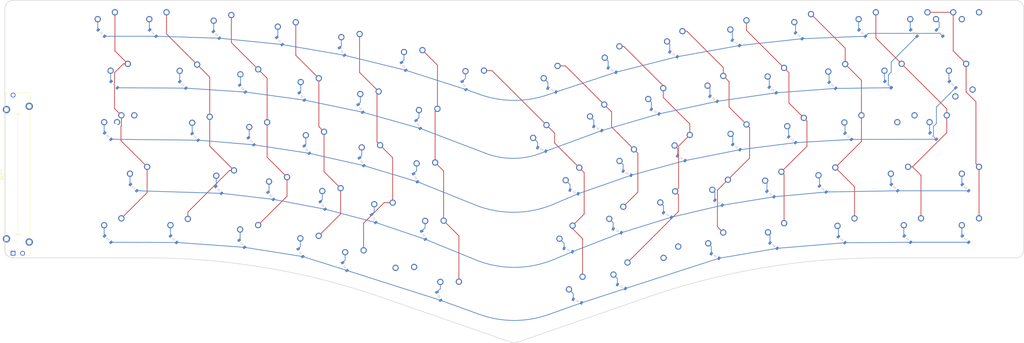
<source format=kicad_pcb>
(kicad_pcb (version 20221018) (generator pcbnew)
  (layers (0 "F.Cu" signal) (31 "B.Cu" signal) (34 "B.Paste" user) (35 "F.Paste" user) (36 "B.SilkS" user "B.Silkscreen") (37 "F.SilkS" user "F.Silkscreen") (38 "B.Mask" user) (39 "F.Mask" user) (44 "Edge.Cuts" user))
  (net 0 "")
  (net 1 "Net-(D1-A)")
  (net 2 "Net-(D2-A)")
  (net 3 "Net-(D3-A)")
  (net 4 "Net-(D4-A)")
  (net 5 "Net-(D5-A)")
  (net 6 "Net-(D6-A)")
  (net 7 "Net-(D7-A)")
  (net 8 "Net-(D8-A)")
  (net 9 "Net-(D9-A)")
  (net 10 "Net-(D10-A)")
  (net 11 "Net-(D11-A)")
  (net 12 "Net-(D12-A)")
  (net 13 "Net-(D13-A)")
  (net 14 "Net-(D14-A)")
  (net 15 "Net-(D16-A)")
  (net 16 "Net-(D17-A)")
  (net 17 "Net-(D18-A)")
  (net 18 "Net-(D19-A)")
  (net 19 "Net-(D20-A)")
  (net 20 "Net-(D21-A)")
  (net 21 "Net-(D22-A)")
  (net 22 "Net-(D23-A)")
  (net 23 "Net-(D24-A)")
  (net 24 "Net-(D25-A)")
  (net 25 "Net-(D26-A)")
  (net 26 "Net-(D27-A)")
  (net 27 "Net-(D28-A)")
  (net 28 "Net-(D29-A)")
  (net 29 "Net-(D30-A)")
  (net 30 "Net-(D31-A)")
  (net 31 "Net-(D32-A)")
  (net 32 "Net-(D33-A)")
  (net 33 "Net-(D34-A)")
  (net 34 "Net-(D35-A)")
  (net 35 "Net-(D36-A)")
  (net 36 "Net-(D37-A)")
  (net 37 "Net-(D38-A)")
  (net 38 "Net-(D39-A)")
  (net 39 "Net-(D40-A)")
  (net 40 "Net-(D41-A)")
  (net 41 "Net-(D42-A)")
  (net 42 "Net-(D43-A)")
  (net 43 "Net-(D45-A)")
  (net 44 "Net-(D47-A)")
  (net 45 "Net-(D48-A)")
  (net 46 "Net-(D49-A)")
  (net 47 "Net-(D50-A)")
  (net 48 "Net-(D51-A)")
  (net 49 "Net-(D52-A)")
  (net 50 "Net-(D53-A)")
  (net 51 "Net-(D54-A)")
  (net 52 "Net-(D55-A)")
  (net 53 "Net-(D56-A)")
  (net 54 "Net-(D57-A)")
  (net 55 "Net-(D58-A)")
  (net 56 "Net-(D59-A)")
  (net 57 "Net-(D60-A)")
  (net 58 "Net-(D61-A)")
  (net 59 "Net-(D62-A)")
  (net 60 "Net-(D63-A)")
  (net 61 "Net-(D64-A)")
  (net 62 "Net-(D65-A)")
  (net 63 "Net-(D67-A)")
  (net 64 "Net-(D68-A)")
  (net 65 "Net-(D69-A)")
  (net 66 "Net-(D71-A)")
  (net 67 "Net-(D72-A)")
  (net 68 "Net-(D73-A)")
  (net 69 "Net-(D74-A)")
  (net 70 "Net-(D75-A)")
  (net 72 "Net-(D1-K)")
  (net 73 "Net-(D16-K)")
  (net 74 "Net-(D30-K)")
  (net 75 "Net-(D47-K)")
  (net 76 "Net-(D61-K)")
  (net 77 "Net-(MX1-Pad2)")
  (net 78 "Net-(MX17-Pad2)")
  (net 79 "Net-(MX18-Pad2)")
  (net 80 "Net-(MX19-Pad2)")
  (net 81 "Net-(MX20-Pad2)")
  (net 82 "Net-(MX21-Pad2)")
  (net 83 "Net-(MX22-Pad2)")
  (net 84 "Net-(MX23-Pad2)")
  (net 85 "Net-(MX24-Pad2)")
  (net 86 "Net-(MX10-Pad2)")
  (net 87 "Net-(MX11-Pad2)")
  (net 88 "Net-(MX12-Pad2)")
  (net 89 "Net-(MX13-Pad2)")
  (net 90 "Net-(MX14-Pad2)")
  (net 96 "Net-(D70-A)")
  (net 97 "Net-(D66-A)")
  (net 98 "Net-(D46-A)")
  (net 99 "Net-(D44-A)")
  (net 100 "Net-(D15-A)")
  (footprint "marbastlib-mx:SW_MX_1u" (layer "F.Cu") (at 357.187499 85.725)
    (fp_text reference "MX75" hide)
    (fp_text value "MX_SW_solder" hide)
  )
  (footprint "marbastlib-mx:SW_MX_1u" (layer "F.Cu") (at 284.843737 68.769438 7)
    (fp_text reference "MX57" hide)
    (fp_text value "MX_SW_solder" hide)
  )
  (footprint "marbastlib-mx:SW_MX_1u" (layer "F.Cu") (at 328.612499 28.575)
    (fp_text reference "MX28" hide)
    (fp_text value "MX_SW_solder" hide)
  )
  (footprint "marbastlib-mx:SW_MX_1u" (layer "F.Cu") (at 134.805418 57.84853 -15)
    (fp_text reference "MX35" hide)
    (fp_text value "MX_SW_solder" hide)
  )
  (footprint "marbastlib-mx:SW_MX_1u" (layer "F.Cu") (at 225.884173 22.623873 16)
    (fp_text reference "MX9" hide)
    (fp_text value "MX_SW_solder" hide)
  )
  (footprint "marbastlib-mx:SW_MX_1u" (layer "F.Cu") (at 38.099999 9.525)
    (fp_text reference "MX1" hide)
    (fp_text value "MX_SW_solder" hide)
  )
  (footprint "marbastlib-mx:SW_MX_1u" (layer "F.Cu") (at 134.344252 38.053262 -14)
    (fp_text reference "MX20" hide)
    (fp_text value "MX_SW_solder" hide)
  )
  (footprint "marbastlib-mx:SW_MX_1u" (layer "F.Cu") (at 50.006249 66.675)
    (fp_text reference "MX47" hide)
    (fp_text value "MX_SW_solder" hide)
  )
  (footprint "marbastlib-mx:SW_MX_1u" (layer "F.Cu") (at 247.608085 96.656344 16)
    (fp_text reference "MX70" hide)
    (fp_text value "MX_SW_solder" hide)
  )
  (footprint "marbastlib-mx:SW_MX_1u" (layer "F.Cu") (at 229.165759 102.601905 19)
    (fp_text reference "MX69" hide)
    (fp_text value "MX_SW_solder" hide)
  )
  (footprint "marbastlib-mx:SW_MX_1u" (layer "F.Cu") (at 338.137499 9.525)
    (fp_text reference "MX29" hide)
    (fp_text value "MX_SW_solder" hide)
  )
  (footprint "marbastlib-mx:SW_MX_1u" (layer "F.Cu") (at 313.851123 47.670697 1)
    (fp_text reference "MX42" hide)
    (fp_text value "MX_SW_solder" hide)
  )
  (footprint "marbastlib-mx:SW_MX_1u" (layer "F.Cu") (at 272.151293 51.31896 9)
    (fp_text reference "MX40" hide)
    (fp_text value "MX_SW_solder" hide)
  )
  (footprint "marbastlib-mx:SW_MX_1u" (layer "F.Cu") (at 112.558962 33.422656 -10)
    (fp_text reference "MX19" hide)
    (fp_text value "MX_SW_solder" hide)
  )
  (footprint "Potentiometer_THT:Potentiometer_Bourns_PTA4543_Single_Slide" (layer "F.Cu") (at 3.055206 93.565168 90)
    (fp_text reference "REF**")
    (fp_text value "Potentiometer_Bourns_PTA4543_Single_Slide")
  )
  (footprint "marbastlib-mx:SW_MX_1u" (layer "F.Cu") (at 352.424999 28.575)
    (fp_text reference "MX45" hide)
    (fp_text value "MX_SW_solder" hide)
  )
  (footprint "marbastlib-mx:SW_MX_1u" (layer "F.Cu") (at 246.362583 76.249417 15)
    (fp_text reference "MX55" hide)
    (fp_text value "MX_SW_solder" hide)
  )
  (footprint "marbastlib-mx:SW_MX_1u" (layer "F.Cu") (at 335.756249 85.725)
    (fp_text reference "MX74" hide)
    (fp_text value "MX_SW_solder" hide)
  )
  (footprint "marbastlib-mx:SW_MX_1u" (layer "F.Cu") (at 127.452738 16.914116 -12)
    (fp_text reference "MX5" hide)
    (fp_text value "MX_SW_solder" hide)
  )
  (footprint "marbastlib-mx:SW_MX_1u" (layer "F.Cu") (at 330.993749 66.675)
    (fp_text reference "MX59" hide)
    (fp_text value "MX_SW_solder" hide)
  )
  (footprint "marbastlib-mx:SW_MX_1u" (layer "F.Cu") (at 295.500219 10.348686 4)
    (fp_text reference "MX12" hide)
    (fp_text value "MX_SW_solder" hide)
  )
  (footprint "marbastlib-mx:SW_MX_1u" (layer "F.Cu") (at 304.381749 67.060084 3)
    (fp_text reference "MX58" hide)
    (fp_text value "MX_SW_solder" hide)
  )
  (footprint "marbastlib-mx:SW_MX_1u" (layer "F.Cu") (at 347.662499 9.525)
    (fp_text reference "MX14" hide)
    (fp_text value "MX_SW_solder" hide)
  )
  (footprint "marbastlib-mx:SW_MX_1u" (layer "F.Cu") (at 45.243749 47.625)
    (fp_text reference "MX31" hide)
    (fp_text value "MX_SW_solder" hide)
  )
  (footprint "marbastlib-mx:SW_MX_1u" (layer "F.Cu") (at 357.187499 9.525)
    (fp_text reference "MX15" hide)
    (fp_text value "MX_SW_solder" hide)
  )
  (footprint "marbastlib-mx:SW_MX_1u" (layer "F.Cu") (at 128.629413 96.656344 -16)
    (fp_text reference "MX65" hide)
    (fp_text value "MX_SW_solder" hide)
  )
  (footprint "marbastlib-mx:SW_MX_1u" (layer "F.Cu") (at 147.071739 102.601905 -19)
    (fp_text reference "MX66" hide)
    (fp_text value "MX_SW_solder" hide)
  )
  (footprint "marbastlib-mx:SW_MX_1u" (layer "F.Cu") (at 157.846913 85.33807 -21)
    (fp_text reference "MX52" hide)
    (fp_text value "MX_SW_solder" hide)
  )
  (footprint "marbastlib-mx:SW_MX_1u" (layer "F.Cu") (at 42.862499 28.575)
    (fp_text reference "MX16" hide)
    (fp_text value "MX_SW_solder" hide)
  )
  (footprint "marbastlib-mx:SW_MX_1u" (layer "F.Cu") (at 90.303347 87.810189 -8)
    (fp_text reference "MX63" hide)
    (fp_text value "MX_SW_solder" hide)
  )
  (footprint "marbastlib-mx:SW_MX_1u" (layer "F.Cu") (at 251.593747 55.314942 13)
    (fp_text reference "MX39" hide)
    (fp_text value "MX_SW_solder" hide)
  )
  (footprint "marbastlib-mx:SW_MX_1u" (layer "F.Cu") (at 150.353325 22.623873 -16)
    (fp_text reference "MX6" hide)
    (fp_text value "MX_SW_solder" hide)
  )
  (footprint "marbastlib-mx:SW_MX_1u" (layer "F.Cu") (at 57.149999 9.525)
    (fp_text reference "MX2" hide)
    (fp_text value "MX_SW_solder" hide)
  )
  (footprint "marbastlib-mx:SW_MX_1u" (layer "F.Cu") (at 264.036943 91.431788 14)
    (fp_text reference "MX71" hide)
    (fp_text value "MX_SW_solder" hide)
  )
  (footprint "marbastlib-mx:SW_MX_1u" (layer "F.Cu") (at 220.484039 44.192254 18)
    (fp_text reference "MX23" hide)
    (fp_text value "MX_SW_solder" hide)
  )
  (footprint "marbastlib-mx:SW_MX_1u" (layer "F.Cu") (at 333.374999 47.625)
    (fp_text reference "MX44" hide)
    (fp_text value "MX_SW_solder" hide)
  )
  (footprint "marbastlib-mx:SW_MX_1u" (layer "F.Cu") (at 311.373892 85.834703 2)
    (fp_text reference "MX73" hide)
    (fp_text value "MX_SW_solder" hide)
  )
  (footprint "marbastlib-mx:SW_MX_1u" (layer "F.Cu") (at 248.78476 16.914116 12)
    (fp_text reference "MX10" hide)
    (fp_text value "MX_SW_solder" hide)
  )
  (footprint "marbastlib-mx:SW_MX_1u" (layer "F.Cu") (at 112.200555 91.431788 -14)
    (fp_text reference "MX64" hide)
    (fp_text value "MX_SW_solder" hide)
  )
  (footprint "marbastlib-mx:SW_MX_1u" (layer "F.Cu") (at 231.365024 60.735212 17)
    (fp_text reference "MX38" hide)
    (fp_text value "MX_SW_solder" hide)
  )
  (footprint "marbastlib-mx:SW_MX_1u" (layer "F.Cu") (at 357.187499 66.675)
    (fp_text reference "MX60" hide)
    (fp_text value "MX_SW_solder" hide)
  )
  (footprint "marbastlib-mx:SW_MX_1u" (layer "F.Cu") (at 154.832654 63.97147 -19)
    (fp_text reference "MX36" hide)
    (fp_text value "MX_SW_solder" hide)
  )
  (footprint "marbastlib-mx:SW_MX_1u" (layer "F.Cu") (at 68.285992 28.769379 -2)
    (fp_text reference "MX17" hide)
    (fp_text value "MX_SW_solder" hide)
  )
  (footprint "marbastlib-mx:SW_MX_1u" (layer "F.Cu") (at 81.639673 67.744242 -5)
    (fp_text reference "MX48" hide)
    (fp_text value "MX_SW_solder" hide)
  )
  (footprint "marbastlib-mx:SW_MX_1u" (layer "F.Cu") (at 272.027855 12.815731 8)
    (fp_text reference "MX11" hide)
    (fp_text value "MX_SW_solder" hide)
  )
  (footprint "marbastlib-mx:SW_MX_1u" (layer "F.Cu") (at 120.358433 73.876691 -13)
    (fp_text reference "MX50" hide)
    (fp_text value "MX_SW_solder" hide)
  )
  (footprint "marbastlib-mx:SW_MX_1u" (layer "F.Cu") (at 90.503725 30.322995 -6)
    (fp_text reference "MX18" hide)
    (fp_text value "MX_SW_solder" hide)
  )
  (footprint "marbastlib-mx:SW_MX_1u" (layer "F.Cu") (at 100.972052 70.072363 -8)
    (fp_text reference "MX49" hide)
    (fp_text value "MX_SW_solder" hide)
  )
  (footprint "marbastlib-mx:SW_MX_1u" (layer "F.Cu") (at 285.733773 30.322995 6)
    (fp_text reference "MX26" hide)
    (fp_text value "MX_SW_solder" hide)
  )
  (footprint "marbastlib-mx:SW_MX_1u" (layer "F.Cu") (at 345.281249 47.625)
    (fp_text reference "MX43" hide)
    (fp_text value "MX_SW_solder" hide)
  )
  (footprint "marbastlib-mx:SW_MX_1u" (layer "F.Cu") (at 155.753459 44.192254 -18)
    (fp_text reference "MX21" hide)
    (fp_text value "MX_SW_solder" hide)
  )
  (footprint "marbastlib-mx:SW_MX_1u" (layer "F.Cu") (at 212.768199 107.901614 21)
    (fp_text reference "MX68" hide)
    (fp_text value "MX_SW_solder" hide)
  )
  (footprint "marbastlib-mx:SW_MX_1u" (layer "F.Cu") (at 199.555218 51.809722 22)
    (fp_text reference "MX22" hide)
    (fp_text value "MX_SW_solder" hide)
  )
  (footprint "marbastlib-mx:SW_MX_1u" (layer "F.Cu") (at 64.863606 85.834703 -2)
    (fp_text reference "MX62" hide)
    (fp_text value "MX_SW_solder" hide)
  )
  (footprint "marbastlib-mx:SW_MX_1u" (layer "F.Cu") (at 40.481249 85.725)
    (fp_text reference "MX61" hide)
    (fp_text value "MX_SW_solder" hide)
  )
  (footprint "marbastlib-mx:SW_MX_1u" (layer "F.Cu") (at 139.302793 78.952817 -17)
    (fp_text reference "MX51" hide)
    (fp_text value "MX_SW_solder" hide)
  )
  (footprint "marbastlib-mx:SW_MX_1u" (layer "F.Cu") (at 203.437663 29.917186 20)
    (fp_text reference "MX8" hide)
    (fp_text value "MX_SW_solder" hide)
  )
  (footprint "marbastlib-mx:SW_MX_1u" (layer "F.Cu") (at 263.678536 33.422656 10)
    (fp_text reference "MX25" hide)
    (fp_text value "MX_SW_solder" hide)
  )
  (footprint "marbastlib-mx:SW_MX_1u" (layer "F.Cu") (at 211.563675 67.553363 21)
    (fp_text reference "MX37" hide)
    (fp_text value "MX_SW_solder" hide)
  )
  (footprint "marbastlib-mx:SW_MX_1u" (layer "F.Cu") (at 307.951506 28.769379 2)
    (fp_text reference "MX27" hide)
    (fp_text value "MX_SW_solder" hide)
  )
  (footprint "marbastlib-mx:SW_MX_1u" (layer "F.Cu") (at 265.472556 71.837532 11)
    (fp_text reference "MX56" hide)
    (fp_text value "MX_SW_solder" hide)
  )
  (footprint "marbastlib-mx:SW_MX_1u" (layer "F.Cu") (at 163.469299 107.901614 -21)
    (fp_text reference "MX67" hide)
    (fp_text value "MX_SW_solder" hide)
  )
  (footprint "marbastlib-mx:SW_MX_1u" (layer "F.Cu") (at 40.481249 47.625)
    (fp_text reference "MX30" hide)
    (fp_text value "MX_SW_solder" hide)
  )
  (footprint "marbastlib-mx:SW_MX_1u" (layer "F.Cu") (at 209.296936 89.012142 23)
    (fp_text reference "MX53" hide)
    (fp_text value "MX_SW_solder" hide)
  )
  (footprint "marbastlib-mx:SW_MX_1u" (layer "F.Cu") (at 80.737279 10.348686 -4)
    (fp_text reference "MX3" hide)
    (fp_text value "MX_SW_solder" hide)
  )
  (footprint "marbastlib-mx:SW_MX_1u" (layer "F.Cu") (at 354.806249 38.1)
    (fp_text reference "MX46" hide)
    (fp_text value "MX_SW_solder" hide)
  )
  (footprint "marbastlib-mx:SW_MX_1u" (layer "F.Cu") (at 72.852748 48.036191 -3)
    (fp_text reference "MX32" hide)
    (fp_text value "MX_SW_solder" hide)
  )
  (footprint "marbastlib-mx:SW_MX_1u" (layer "F.Cu") (at 292.937508 48.766733 5)
    (fp_text reference "MX41" hide)
    (fp_text value "MX_SW_solder" hide)
  )
  (footprint "marbastlib-mx:SW_MX_1u" (layer "F.Cu") (at 114.399853 53.137534 -11)
    (fp_text reference "MX34" hide)
    (fp_text value "MX_SW_solder" hide)
  )
  (footprint "marbastlib-mx:SW_MX_1u" (layer "F.Cu") (at 285.934151 87.810189 8)
    (fp_text reference "MX72" hide)
    (fp_text value "MX_SW_solder" hide)
  )
  (footprint "marbastlib-mx:SW_MX_1u" (layer "F.Cu") (at 172.799835 29.917186 -20)
    (fp_text reference "MX7" hide)
    (fp_text value "MX_SW_solder" hide)
  )
  (footprint "marbastlib-mx:SW_MX_1u" (layer "F.Cu") (at 93.715372 49.861434 -7)
    (fp_text reference "MX33" hide)
    (fp_text value "MX_SW_solder" hide)
  )
  (footprint "marbastlib-mx:SW_MX_1u" (layer "F.Cu") (at 241.893246 38.053262 14)
    (fp_text reference "MX24" hide)
    (fp_text value "MX_SW_solder" hide)
  )
  (footprint "marbastlib-mx:SW_MX_1u" (layer "F.Cu") (at 104.209643 12.815731 -8)
    (fp_text reference "MX4" hide)
    (fp_text value "MX_SW_solder" hide)
  )
  (footprint "marbastlib-mx:SW_MX_1u" (layer "F.Cu") (at 319.087499 9.525)
    (fp_text reference "MX13" hide)
    (fp_text value "MX_SW_solder" hide)
  )
  (footprint "marbastlib-mx:SW_MX_1u" (layer "F.Cu") (at 227.606917 81.983599 19)
    (fp_text reference "MX54" hide)
    (fp_text value "MX_SW_solder" hide)
  )
  (footprint "shoonies_parts:D_SOD-123_CLEAN" (layer "B.Cu") (at 98.103273 72.234144 -53)
    (fp_text reference "D49" hide)
    (fp_text value "D_Small")
  )
  (footprint "shoonies_parts:D_SOD-123_CLEAN" (layer "B.Cu") (at 136.131156 80.639208 -62)
    (fp_text reference "D51" hide)
    (fp_text value "D_Small")
  )
  (footprint "shoonies_parts:D_SOD-123_CLEAN" (layer "B.Cu") (at 35.56 12.065 -45)
    (fp_text reference "D1" hide)
    (fp_text value "D_Small")
  )
  (footprint "shoonies_parts:D_SOD-123_CLEAN" (layer "B.Cu") (at 207.951312 92.342681 -22)
    (fp_text reference "D53" hide)
    (fp_text value "D_Small")
  )
  (footprint "shoonies_parts:D_SOD-123_CLEAN" (layer "B.Cu") (at 229.678635 63.90685 -28)
    (fp_text reference "D38" hide)
    (fp_text value "D_Small")
  )
  (footprint "shoonies_parts:D_SOD-123_CLEAN" (layer "B.Cu") (at 87.434567 89.971971 -53)
    (fp_text reference "D63" hide)
    (fp_text value "D_Small")
  )
  (footprint "shoonies_parts:D_SOD-123_CLEAN" (layer "B.Cu") (at 328.45375 69.215 -45)
    (fp_text reference "D59" hide)
    (fp_text value "D_Small")
  )
  (footprint "shoonies_parts:D_SOD-123_CLEAN" (layer "B.Cu") (at 342.74125 50.165 -45)
    (fp_text reference "D43" hide)
    (fp_text value "D_Small")
  )
  (footprint "shoonies_parts:D_SOD-123_CLEAN" (layer "B.Cu") (at 54.61 12.065 -45)
    (fp_text reference "D2" hide)
    (fp_text value "D_Small")
  )
  (footprint "shoonies_parts:D_SOD-123_CLEAN" (layer "B.Cu") (at 117.312159 75.780216 -58)
    (fp_text reference "D50" hide)
    (fp_text value "D_Small")
  )
  (footprint "shoonies_parts:D_SOD-123_CLEAN" (layer "B.Cu") (at 293.143589 13.05968 -41)
    (fp_text reference "D12" hide)
    (fp_text value "D_Small")
  )
  (footprint "shoonies_parts:D_SOD-123_CLEAN" (layer "B.Cu") (at 109.121524 93.281858 -59)
    (fp_text reference "D64" hide)
    (fp_text value "D_Small")
  )
  (footprint "shoonies_parts:D_SOD-123_CLEAN" (layer "B.Cu") (at 109.616485 35.483002 -55)
    (fp_text reference "D19" hide)
    (fp_text value "D_Small")
  )
  (footprint "shoonies_parts:D_SOD-123_CLEAN" (layer "B.Cu") (at 37.94125 50.165 -45)
    (fp_text reference "D30" hide)
    (fp_text value "D_Small")
  )
  (footprint "shoonies_parts:D_SOD-123_CLEAN" (layer "B.Cu") (at 240.043178 41.132295 -31)
    (fp_text reference "D24" hide)
    (fp_text value "D_Small")
  )
  (footprint "shoonies_parts:D_SOD-123_CLEAN" (layer "B.Cu") (at 62.23651 88.284511 -47)
    (fp_text reference "D62" hide)
    (fp_text value "D_Small")
  )
  (footprint "shoonies_parts:D_SOD-123_CLEAN" (layer "B.Cu") (at 160.187751 109.362654 -66)
    (fp_text reference "D67" hide)
    (fp_text value "D_Small")
  )
  (footprint "shoonies_parts:D_SOD-123_CLEAN" (layer "B.Cu") (at 305.501699 31.396477 -43)
    (fp_text reference "D27" hide)
    (fp_text value "D_Small")
  )
  (footprint "shoonies_parts:D_SOD-123_CLEAN" (layer "B.Cu") (at 354.6475 69.215 -45)
    (fp_text reference "D60" hide)
    (fp_text value "D_Small")
  )
  (footprint "shoonies_parts:D_SOD-123_CLEAN" (layer "B.Cu") (at 70.183297 50.439777 -48)
    (fp_text reference "D32" hide)
    (fp_text value "D_Small")
  )
  (footprint "shoonies_parts:D_SOD-123_CLEAN" (layer "B.Cu") (at 335.5975 12.065 -45)
    (fp_text reference "D29" hide)
    (fp_text value "D_Small")
  )
  (footprint "shoonies_parts:D_SOD-123_CLEAN" (layer "B.Cu") (at 345.1225 12.065 -45)
    (fp_text reference "D14" hide)
    (fp_text value "D_Small")
  )
  (footprint "shoonies_parts:D_SOD-123_CLEAN" (layer "B.Cu") (at 78.887964 70.053201 -50)
    (fp_text reference "D48" hide)
    (fp_text value "D_Small")
  )
  (footprint "shoonies_parts:D_SOD-123_CLEAN" (layer "B.Cu") (at 78.026286 12.705317 -49)
    (fp_text reference "D3" hide)
    (fp_text value "D_Small")
  )
  (footprint "shoonies_parts:D_SOD-123_CLEAN" (layer "B.Cu") (at 333.21625 88.265 -45)
    (fp_text reference "D74" hide)
    (fp_text value "D_Small")
  )
  (footprint "shoonies_parts:D_SOD-123_CLEAN" (layer "B.Cu") (at 169.544286 31.435275 -65)
    (fp_text reference "D7" hide)
    (fp_text value "D_Small")
  )
  (footprint "shoonies_parts:D_SOD-123_CLEAN" (layer "B.Cu") (at 246.828361 19.926706 -33)
    (fp_text reference "D10" hide)
    (fp_text value "D_Small")
  )
  (footprint "shoonies_parts:D_SOD-123_CLEAN" (layer "B.Cu") (at 125.487691 98.39783 -61)
    (fp_text reference "D65" hide)
    (fp_text value "D_Small")
  )
  (footprint "shoonies_parts:D_SOD-123_CLEAN" (layer "B.Cu") (at 154.565365 86.79911 -66)
    (fp_text reference "D52" hide)
    (fp_text value "D_Small")
  )
  (footprint "shoonies_parts:D_SOD-123_CLEAN" (layer "B.Cu") (at 316.5475 12.065 -45)
    (fp_text reference "D13" hide)
    (fp_text value "D_Small")
  )
  (footprint "shoonies_parts:D_SOD-123_CLEAN" (layer "B.Cu") (at 101.340864 14.977512 -53)
    (fp_text reference "D4" hide)
    (fp_text value "D_Small")
  )
  (footprint "shoonies_parts:D_SOD-123_CLEAN" (layer "B.Cu") (at 244.566532 79.360269 -30)
    (fp_text reference "D55" hide)
    (fp_text value "D_Small")
  )
  (footprint "shoonies_parts:D_SOD-123_CLEAN" (layer "B.Cu") (at 211.30716 111.183162 -24)
    (fp_text reference "D68" hide)
    (fp_text value "D_Small")
  )
  (footprint "shoonies_parts:D_SOD-123_CLEAN" (layer "B.Cu") (at 354.6475 88.265 -45)
    (fp_text reference "D75" hide)
    (fp_text value "D_Small")
  )
  (footprint "shoonies_parts:D_SOD-123_CLEAN" (layer "B.Cu") (at 87.712138 32.583578 -51)
    (fp_text reference "D18" hide)
    (fp_text value "D_Small")
  )
  (footprint "shoonies_parts:D_SOD-123_CLEAN" (layer "B.Cu") (at 147.211603 24.365359 -61)
    (fp_text reference "D6" hide)
    (fp_text value "D_Small")
  )
  (footprint "shoonies_parts:D_SOD-123_CLEAN" (layer "B.Cu") (at 270.039909 54.225031 -36)
    (fp_text reference "D40" hide)
    (fp_text value "D_Small")
  )
  (footprint "shoonies_parts:D_SOD-123_CLEAN" (layer "B.Cu") (at 301.978165 69.729536 -42)
    (fp_text reference "D58" hide)
    (fp_text value "D_Small")
  )
  (footprint "shoonies_parts:D_SOD-123_CLEAN" (layer "B.Cu") (at 311.35584 50.254639 -44)
    (fp_text reference "D42" hide)
    (fp_text value "D_Small")
  )
  (footprint "shoonies_parts:D_SOD-123_CLEAN" (layer "B.Cu") (at 269.866074 15.684511 -37)
    (fp_text reference "D11" hide)
    (fp_text value "D_Small")
  )
  (footprint "shoonies_parts:D_SOD-123_CLEAN" (layer "B.Cu") (at 198.151672 55.116269 -23)
    (fp_text reference "D22" hide)
    (fp_text value "D_Small")
  )
  (footprint "shoonies_parts:D_SOD-123_CLEAN" (layer "B.Cu") (at 131.26522 39.903332 -59)
    (fp_text reference "D20" hide)
    (fp_text value "D_Small")
  )
  (footprint "shoonies_parts:D_SOD-123_CLEAN" (layer "B.Cu") (at 308.924085 88.4618 -43)
    (fp_text reference "D73" hide)
    (fp_text value "D_Small")
  )
  (footprint "shoonies_parts:D_SOD-123_CLEAN" (layer "B.Cu") (at 152.552873 45.823035 -63)
    (fp_text reference "D21" hide)
    (fp_text value "D_Small")
  )
  (footprint "shoonies_parts:D_SOD-123_CLEAN" (layer "B.Cu") (at 47.46625 69.215 -45)
    (fp_text reference "D47" hide)
    (fp_text value "D_Small")
  )
  (footprint "shoonies_parts:D_SOD-123_CLEAN" (layer "B.Cu") (at 263.463879 74.815519 -34)
    (fp_text reference "D56" hide)
    (fp_text value "D_Small")
  )
  (footprint "shoonies_parts:D_SOD-123_CLEAN" (layer "B.Cu") (at 227.591086 105.830465 -26)
    (fp_text reference "D69" hide)
    (fp_text value "D_Small")
  )
  (footprint "shoonies_parts:D_SOD-123_CLEAN" (layer "B.Cu") (at 90.884758 52.072953 -52)
    (fp_text reference "D33" hide)
    (fp_text value "D_Small")
  )
  (footprint "shoonies_parts:D_SOD-123_CLEAN" (layer "B.Cu") (at 201.919576 33.172737 -25)
    (fp_text reference "D8" hide)
    (fp_text value "D_Small")
  )
  (footprint "shoonies_parts:D_SOD-123_CLEAN" (layer "B.Cu") (at 131.694567 59.644581 -60)
    (fp_text reference "D35" hide)
    (fp_text value "D_Small")
  )
  (footprint "shoonies_parts:D_SOD-123_CLEAN" (layer "B.Cu") (at 40.3225 31.115 -45)
    (fp_text reference "D16" hide)
    (fp_text value "D_Small")
  )
  (footprint "shoonies_parts:D_SOD-123_CLEAN" (layer "B.Cu") (at 224.142688 25.765597 -29)
    (fp_text reference "D9" hide)
    (fp_text value "D_Small")
  )
  (footprint "shoonies_parts:D_SOD-123_CLEAN" (layer "B.Cu") (at 261.618192 36.365134 -35)
    (fp_text reference "D25" hide)
    (fp_text value "D_Small")
  )
  (footprint "shoonies_parts:D_SOD-123_CLEAN" (layer "B.Cu") (at 111.421866 55.146212 -56)
    (fp_text reference "D34" hide)
    (fp_text value "D_Small")
  )
  (footprint "shoonies_parts:D_SOD-123_CLEAN" (layer "B.Cu") (at 226.032244 85.212159 -26)
    (fp_text reference "D54" hide)
    (fp_text value "D_Small")
  )
  (footprint "shoonies_parts:D_SOD-123_CLEAN" (layer "B.Cu") (at 249.690224 58.361217 -32)
    (fp_text reference "D39" hide)
    (fp_text value "D_Small")
  )
  (footprint "shoonies_parts:D_SOD-123_CLEAN" (layer "B.Cu") (at 283.473191 33.114583 -39)
    (fp_text reference "D26" hide)
    (fp_text value "D_Small")
  )
  (footprint "shoonies_parts:D_SOD-123_CLEAN" (layer "B.Cu") (at 283.772371 90.67897 -37)
    (fp_text reference "D72" hide)
    (fp_text value "D_Small")
  )
  (footprint "shoonies_parts:D_SOD-123_CLEAN" (layer "B.Cu") (at 65.658896 31.219187 -47)
    (fp_text reference "D17" hide)
    (fp_text value "D_Small")
  )
  (footprint "shoonies_parts:D_SOD-123_CLEAN" (layer "B.Cu") (at 349.885 31.115 -45)
    (fp_text reference "D45" hide)
    (fp_text value "D_Small")
  )
  (footprint "shoonies_parts:D_SOD-123_CLEAN" (layer "B.Cu") (at 290.62855 51.518443 -40)
    (fp_text reference "D41" hide)
    (fp_text value "D_Small")
  )
  (footprint "shoonies_parts:D_SOD-123_CLEAN" (layer "B.Cu") (at 262.186874 94.51082 -31)
    (fp_text reference "D71" hide)
    (fp_text value "D_Small")
  )
  (footprint "shoonies_parts:D_SOD-123_CLEAN" (layer "B.Cu") (at 37.94125 88.265 -45)
    (fp_text reference "D61" hide)
    (fp_text value "D_Small")
  )
  (footprint "shoonies_parts:D_SOD-123_CLEAN" (layer "B.Cu") (at 151.604095 65.546145 -64)
    (fp_text reference "D36" hide)
    (fp_text value "D_Small")
  )
  (footprint "shoonies_parts:D_SOD-123_CLEAN" (layer "B.Cu") (at 326.0725 31.115 -45)
    (fp_text reference "D28" hide)
    (fp_text value "D_Small")
  )
  (footprint "shoonies_parts:D_SOD-123_CLEAN" (layer "B.Cu") (at 218.853259 47.39284 -27)
    (fp_text reference "D23" hide)
    (fp_text value "D_Small")
  )
  (footprint "shoonies_parts:D_SOD-123_CLEAN" (layer "B.Cu") (at 124.440149 18.870515 -57)
    (fp_text reference "D5" hide)
    (fp_text value "D_Small")
  )
  (footprint "shoonies_parts:D_SOD-123_CLEAN" (layer "B.Cu") (at 282.632219 71.600053 -38)
    (fp_text reference "D57" hide)
    (fp_text value "D_Small")
  )
  (footprint "shoonies_parts:D_SOD-123_CLEAN" (layer "B.Cu") (at 210.102637 70.834911 -24)
    (fp_text reference "D37" hide)
    (fp_text value "D_Small")
  )
  (gr_line locked (start 2.999999 95.249999) (end 52.387499 95.25) (stroke (width 0.2)) (layer "Edge.Cuts"))
  (gr_arc locked (start 237.143566 109.855749) (mid 279.885998 98.926978) (end 323.849999 95.25) (stroke (width 0.2)) (layer "Edge.Cuts"))
  (gr_line locked (start 0 2.999999) (end 0 92.25) (stroke (width 0.2)) (layer "Edge.Cuts"))
  (gr_arc locked (start 373.237498 0) (mid 375.358819 0.878679) (end 376.237499 3) (stroke (width 0.2)) (layer "Edge.Cuts"))
  (gr_line locked (start 323.849999 95.25) (end 373.237499 95.249999) (stroke (width 0.2)) (layer "Edge.Cuts"))
  (gr_arc locked (start 376.237499 92.25) (mid 375.358819 94.371319) (end 373.237499 95.249999) (stroke (width 0.2)) (layer "Edge.Cuts"))
  (gr_line locked (start 376.237499 92.25) (end 376.237499 3) (stroke (width 0.2)) (layer "Edge.Cuts"))
  (gr_arc locked (start 52.387499 95.25) (mid 96.3515 98.926979) (end 139.093933 109.85575) (stroke (width 0.2)) (layer "Edge.Cuts"))
  (gr_arc locked (start 189.101565 126.513839) (mid 188.118749 126.679395) (end 187.135933 126.513839) (stroke (width 0.2)) (layer "Edge.Cuts"))
  (gr_line locked (start 189.101565 126.513839) (end 237.143566 109.855749) (stroke (width 0.2)) (layer "Edge.Cuts"))
  (gr_line locked (start 373.237498 0) (end 3 0) (stroke (width 0.2)) (layer "Edge.Cuts"))
  (gr_line locked (start 139.093933 109.85575) (end 187.135933 126.513839) (stroke (width 0.2)) (layer "Edge.Cuts"))
  (gr_arc locked (start 2.999999 95.249999) (mid 0.87868 94.371319) (end 0 92.25) (stroke (width 0.2)) (layer "Edge.Cuts"))
  (gr_arc locked (start 0 2.999999) (mid 0.87868 0.87868) (end 3 0) (stroke (width 0.2)) (layer "Edge.Cuts"))
  (segment (start 34.289999 6.985) (end 34.289999 10.794999) (width 0.25) (layer "B.Cu") (net 1))
  (segment (start 53.339999 6.985) (end 53.339999 10.794999) (width 0.25) (layer "B.Cu") (net 2))
  (segment (start 77.113741 7.549101) (end 77.113741 11.431171) (width 0.25) (layer "B.Cu") (net 3))
  (segment (start 100.790221 13.357457) (end 100.408051 13.739627) (width 0.25) (layer "B.Cu") (net 4))
  (segment (start 100.790221 9.770201) (end 100.790221 13.357457) (width 0.25) (layer "B.Cu") (net 4))
  (segment (start 124.254091 16.912443) (end 123.595958 17.570576) (width 0.25) (layer "B.Cu") (net 5))
  (segment (start 124.254091 13.637478) (end 124.254091 16.912443) (width 0.25) (layer "B.Cu") (net 5))
  (segment (start 147.391037 22.078809) (end 146.460148 23.009698) (width 0.25) (layer "B.Cu") (net 6))
  (segment (start 147.391037 19.13209) (end 147.391037 22.078809) (width 0.25) (layer "B.Cu") (net 6))
  (segment (start 170.088337 28.831389) (end 168.889228 30.030498) (width 0.25) (layer "B.Cu") (net 7))
  (segment (start 170.088337 26.22727) (end 170.088337 28.831389) (width 0.25) (layer "B.Cu") (net 7))
  (segment (start 200.514799 30.359559) (end 200.514799 32.517679) (width 0.25) (layer "B.Cu") (net 8))
  (segment (start 198.988703 28.833463) (end 200.514799 30.359559) (width 0.25) (layer "B.Cu") (net 8))
  (segment (start 222.787027 22.497827) (end 222.787027 25.014142) (width 0.25) (layer "B.Cu") (net 9))
  (segment (start 221.521647 21.232447) (end 222.787027 22.497827) (width 0.25) (layer "B.Cu") (net 9))
  (segment (start 245.528422 16.220265) (end 245.528422 19.082515) (width 0.25) (layer "B.Cu") (net 10))
  (segment (start 244.529922 15.221765) (end 245.528422 16.220265) (width 0.25) (layer "B.Cu") (net 10))
  (segment (start 267.901434 10.8307) (end 268.628189 11.557455) (width 0.25) (layer "B.Cu") (net 11))
  (segment (start 268.628189 11.557455) (end 268.628189 14.751698) (width 0.25) (layer "B.Cu") (net 11))
  (segment (start 291.973789 8.532115) (end 291.973789 12.042789) (width 0.25) (layer "B.Cu") (net 12))
  (segment (start 315.277499 6.985) (end 315.277499 10.794999) (width 0.25) (layer "B.Cu") (net 13))
  (segment (start 345.002499 9.992969) (end 344.026484 10.968984) (width 0.25) (layer "B.Cu") (net 14))
  (segment (start 345.002499 8.135) (end 345.002499 9.992969) (width 0.25) (layer "B.Cu") (net 14))
  (segment (start 343.852499 6.985) (end 345.002499 8.135) (width 0.25) (layer "B.Cu") (net 14))
  (segment (start 39.052499 26.035) (end 39.052499 29.844999) (width 0.25) (layer "B.Cu") (net 15))
  (segment (start 64.566958 26.097959) (end 64.566958 30.050748) (width 0.25) (layer "B.Cu") (net 16))
  (segment (start 86.980099 27.398656) (end 86.980099 31.135594) (width 0.25) (layer "B.Cu") (net 17))
  (segment (start 109.247911 30.259645) (end 109.247911 33.692847) (width 0.25) (layer "B.Cu") (net 18))
  (segment (start 109.247911 33.692847) (end 108.727442 34.213316) (width 0.25) (layer "B.Cu") (net 18))
  (segment (start 131.261907 37.779727) (end 130.466911 38.574723) (width 0.25) (layer "B.Cu") (net 19))
  (segment (start 131.261907 34.666988) (end 131.261907 37.779727) (width 0.25) (layer "B.Cu") (net 19))
  (segment (start 152.914837 43.376326) (end 151.849188 44.441975) (width 0.25) (layer "B.Cu") (net 20))
  (segment (start 152.914837 40.599216) (end 152.914837 43.376326) (width 0.25) (layer "B.Cu") (net 20))
  (segment (start 195.071147 50.881926) (end 196.724889 52.535668) (width 0.25) (layer "B.Cu") (net 21))
  (segment (start 196.724889 52.535668) (end 196.724889 54.510636) (width 0.25) (layer "B.Cu") (net 21))
  (segment (start 216.075611 42.953925) (end 217.472199 44.350513) (width 0.25) (layer "B.Cu") (net 22))
  (segment (start 217.472199 44.350513) (end 217.472199 46.689155) (width 0.25) (layer "B.Cu") (net 22))
  (segment (start 238.714569 37.643064) (end 238.714569 40.333986) (width 0.25) (layer "B.Cu") (net 23))
  (segment (start 237.581938 36.510433) (end 238.714569 37.643064) (width 0.25) (layer "B.Cu") (net 23))
  (segment (start 260.348506 32.445998) (end 260.348506 35.476091) (width 0.25) (layer "B.Cu") (net 24))
  (segment (start 259.485352 31.582844) (end 260.348506 32.445998) (width 0.25) (layer "B.Cu") (net 24))
  (segment (start 282.268615 28.784636) (end 282.268615 32.139136) (width 0.25) (layer "B.Cu") (net 25))
  (segment (start 304.368101 26.676812) (end 304.368101 30.33938) (width 0.25) (layer "B.Cu") (net 26))
  (segment (start 324.802499 26.035) (end 324.802499 29.844999) (width 0.25) (layer "B.Cu") (net 27))
  (segment (start 334.327499 6.985) (end 334.327499 10.794999) (width 0.25) (layer "B.Cu") (net 28))
  (segment (start 36.671249 45.085) (end 36.671249 48.894999) (width 0.25) (layer "B.Cu") (net 29))
  (segment (start 69.180903 45.300272) (end 69.180903 49.253145) (width 0.25) (layer "B.Cu") (net 31))
  (segment (start 90.243319 46.876045) (end 90.243319 50.5387) (width 0.25) (layer "B.Cu") (net 32))
  (segment (start 111.144508 53.271813) (end 110.555117 53.861204) (width 0.25) (layer "B.Cu") (net 33))
  (segment (start 111.144508 49.917219) (end 111.144508 53.271813) (width 0.25) (layer "B.Cu") (net 33))
  (segment (start 131.782641 54.408978) (end 131.782641 57.439168) (width 0.25) (layer "B.Cu") (net 34))
  (segment (start 131.782641 57.439168) (end 130.919567 58.302242) (width 0.25) (layer "B.Cu") (net 34))
  (segment (start 152.057171 63.020463) (end 150.92462 64.153014) (width 0.25) (layer "B.Cu") (net 35))
  (segment (start 152.057171 60.329438) (end 152.057171 63.020463) (width 0.25) (layer "B.Cu") (net 35))
  (segment (start 207.096479 66.547451) (end 208.686642 68.137614) (width 0.25) (layer "B.Cu") (net 36))
  (segment (start 208.686642 68.137614) (end 208.686642 70.204469) (width 0.25) (layer "B.Cu") (net 36))
  (segment (start 226.978879 59.420134) (end 228.310066 60.751321) (width 0.25) (layer "B.Cu") (net 37))
  (segment (start 228.310066 60.751321) (end 228.310066 63.179169) (width 0.25) (layer "B.Cu") (net 37))
  (segment (start 247.310021 53.697106) (end 248.375749 54.762834) (width 0.25) (layer "B.Cu") (net 38))
  (segment (start 248.375749 54.762834) (end 248.375749 57.539842) (width 0.25) (layer "B.Cu") (net 38))
  (segment (start 268.785933 50.201323) (end 268.785933 53.313964) (width 0.25) (layer "B.Cu") (net 39))
  (segment (start 267.990857 49.406247) (end 268.785933 50.201323) (width 0.25) (layer "B.Cu") (net 39))
  (segment (start 289.441181 47.089012) (end 289.441181 50.522122) (width 0.25) (layer "B.Cu") (net 40))
  (segment (start 310.240863 45.441067) (end 310.240863 49.177919) (width 0.25) (layer "B.Cu") (net 41))
  (segment (start 341.471249 45.085) (end 341.471249 48.894999) (width 0.25) (layer "B.Cu") (net 42))
  (segment (start 348.614999 26.035) (end 348.614999 29.844999) (width 0.25) (layer "B.Cu") (net 43))
  (segment (start 46.196249 64.135) (end 46.196249 67.944999) (width 0.25) (layer "B.Cu") (net 44))
  (segment (start 78.065547 64.881844) (end 78.065547 68.691928) (width 0.25) (layer "B.Cu") (net 45))
  (segment (start 97.55263 67.026833) (end 97.55263 70.614089) (width 0.25) (layer "B.Cu") (net 46))
  (segment (start 97.55263 70.614089) (end 97.17046 70.996259) (width 0.25) (layer "B.Cu") (net 46))
  (segment (start 117.217459 73.739066) (end 116.490784 74.465741) (width 0.25) (layer "B.Cu") (net 47))
  (segment (start 117.217459 70.544728) (end 117.217459 73.739066) (width 0.25) (layer "B.Cu") (net 47))
  (segment (start 136.401896 78.272218) (end 135.403475 79.270639) (width 0.25) (layer "B.Cu") (net 48))
  (segment (start 136.401896 75.409867) (end 136.401896 78.272218) (width 0.25) (layer "B.Cu") (net 48))
  (segment (start 155.200226 81.601394) (end 155.200226 84.117812) (width 0.25) (layer "B.Cu") (net 49))
  (segment (start 155.200226 84.117812) (end 153.934923 85.383115) (width 0.25) (layer "B.Cu") (net 49))
  (segment (start 206.514177 89.879567) (end 206.514177 91.762041) (width 0.25) (layer "B.Cu") (net 50))
  (segment (start 204.797355 88.162745) (end 206.514177 89.879567) (width 0.25) (layer "B.Cu") (net 50))
  (segment (start 224.639113 82.283961) (end 224.639113 84.532684) (width 0.25) (layer "B.Cu") (net 51))
  (segment (start 223.177548 80.822396) (end 224.639113 82.283961) (width 0.25) (layer "B.Cu") (net 51))
  (segment (start 242.025005 74.782066) (end 243.224193 75.981254) (width 0.25) (layer "B.Cu") (net 52))
  (segment (start 243.224193 75.981254) (end 243.224193 78.585269) (width 0.25) (layer "B.Cu") (net 52))
  (segment (start 261.247902 70.071181) (end 262.178871 71.00215) (width 0.25) (layer "B.Cu") (net 53))
  (segment (start 262.178871 71.00215) (end 262.178871 73.94877) (width 0.25) (layer "B.Cu") (net 53))
  (segment (start 281.410802 67.370907) (end 281.410802 70.645778) (width 0.25) (layer "B.Cu") (net 54))
  (segment (start 300.826291 65.105219) (end 300.826291 68.692384) (width 0.25) (layer "B.Cu") (net 55))
  (segment (start 327.183749 64.135) (end 327.183749 67.944999) (width 0.25) (layer "B.Cu") (net 56))
  (segment (start 353.377499 64.135) (end 353.377499 67.944999) (width 0.25) (layer "B.Cu") (net 57))
  (segment (start 36.671249 83.185) (end 36.671249 86.994999) (width 0.25) (layer "B.Cu") (net 58))
  (segment (start 61.144572 83.163283) (end 61.144572 87.116072) (width 0.25) (layer "B.Cu") (net 59))
  (segment (start 86.883925 88.351915) (end 86.501754 88.734086) (width 0.25) (layer "B.Cu") (net 60))
  (segment (start 86.883925 84.764659) (end 86.883925 88.351915) (width 0.25) (layer "B.Cu") (net 60))
  (segment (start 109.11821 88.045514) (end 109.11821 91.158254) (width 0.25) (layer "B.Cu") (net 61))
  (segment (start 109.11821 91.158254) (end 108.323215 91.953249) (width 0.25) (layer "B.Cu") (net 61))
  (segment (start 125.667125 93.164561) (end 125.667125 96.11128) (width 0.25) (layer "B.Cu") (net 62))
  (segment (start 125.667125 96.11128) (end 124.736236 97.042169) (width 0.25) (layer "B.Cu") (net 62))
  (segment (start 160.822612 106.681356) (end 159.557309 107.946659) (width 0.25) (layer "B.Cu") (net 63))
  (segment (start 160.822612 104.164938) (end 160.822612 106.681356) (width 0.25) (layer "B.Cu") (net 63))
  (segment (start 209.891165 108.485864) (end 209.891165 110.55272) (width 0.25) (layer "B.Cu") (net 64))
  (segment (start 208.301003 106.895702) (end 209.891165 108.485864) (width 0.25) (layer "B.Cu") (net 64))
  (segment (start 224.73639 101.440702) (end 226.197955 102.902267) (width 0.25) (layer "B.Cu") (net 65))
  (segment (start 226.197955 102.902267) (end 226.197955 105.15099) (width 0.25) (layer "B.Cu") (net 65))
  (segment (start 259.725635 89.888959) (end 260.858265 91.021589) (width 0.25) (layer "B.Cu") (net 66))
  (segment (start 260.858265 91.021589) (end 260.858265 93.712511) (width 0.25) (layer "B.Cu") (net 66))
  (segment (start 282.534486 86.551914) (end 282.534486 89.746157) (width 0.25) (layer "B.Cu") (net 67))
  (segment (start 281.80773 85.825158) (end 282.534486 86.551914) (width 0.25) (layer "B.Cu") (net 67))
  (segment (start 307.790487 83.742136) (end 307.790487 87.404703) (width 0.25) (layer "B.Cu") (net 68))
  (segment (start 331.946249 83.185) (end 331.946249 86.994999) (width 0.25) (layer "B.Cu") (net 69))
  (segment (start 353.377499 83.185) (end 353.377499 86.994999) (width 0.25) (layer "B.Cu") (net 70))
  (segment (start 318.852399 12.234975) (end 345.292475 12.234975) (width 0.25) (layer "B.Cu") (net 72))
  (segment (start 345.292475 12.234975) (end 346.359937 13.302437) (width 0.25) (layer "B.Cu") (net 72))
  (segment (start 148.06002 25.895943) (end 170.283868 33.021314) (width 0.25) (layer "B.Cu") (net 72))
  (segment (start 102.39404 16.375124) (end 125.393267 20.338188) (width 0.25) (layer "B.Cu") (net 72))
  (segment (start 248.296034 20.879824) (end 225.673272 26.614014) (width 0.25) (layer "B.Cu") (net 72))
  (segment (start 55.847437 13.302437) (end 79.174389 14.026059) (width 0.25) (layer "B.Cu") (net 72))
  (segment (start 294.464331 14.207783) (end 271.263686 16.737687) (width 0.25) (layer "B.Cu") (net 72))
  (segment (start 225.673272 26.614014) (end 203.505615 33.912319) (width 0.25) (layer "B.Cu") (net 72))
  (segment (start 36.797437 13.302437) (end 55.847437 13.302437) (width 0.25) (layer "B.Cu") (net 72))
  (segment (start 317.784937 13.302437) (end 318.852399 12.234975) (width 0.25) (layer "B.Cu") (net 72))
  (segment (start 200.551656 34.932142) (end 203.505615 33.912319) (width 0.25) (layer "B.Cu") (net 72))
  (segment (start 79.174389 14.026059) (end 102.39404 16.375124) (width 0.25) (layer "B.Cu") (net 72))
  (segment (start 317.784937 13.302437) (end 294.464331 14.207783) (width 0.25) (layer "B.Cu") (net 72))
  (segment (start 170.283868 33.021314) (end 175.4028 34.833593) (width 0.25) (layer "B.Cu") (net 72))
  (segment (start 271.263686 16.737687) (end 248.296034 20.879824) (width 0.25) (layer "B.Cu") (net 72))
  (segment (start 125.393267 20.338188) (end 148.06002 25.895943) (width 0.25) (layer "B.Cu") (net 72))
  (arc (start 175.4028 34.833593) (mid 187.968862 37.017711) (end 200.551656 34.932142) (width 0.25) (layer "B.Cu") (net 72))
  (segment (start 153.347356 47.382296) (end 177.530611 56.588265) (width 0.25) (layer "B.Cu") (net 73))
  (segment (start 327.309937 32.352437) (end 306.781568 32.589974) (width 0.25) (layer "B.Cu") (net 73))
  (segment (start 199.762555 55.800048) (end 220.41252 48.187323) (width 0.25) (layer "B.Cu") (net 73))
  (segment (start 327.309937 22.827437) (end 336.834937 13.302437) (width 0.25) (layer "B.Cu") (net 73))
  (segment (start 88.813449 33.943583) (end 110.620244 36.916518) (width 0.25) (layer "B.Cu") (net 73))
  (segment (start 241.543221 42.033612) (end 263.051708 37.368893) (width 0.25) (layer "B.Cu") (net 73))
  (segment (start 199.762555 55.800048) (end 198.963185 56.143004) (width 0.25) (layer "B.Cu") (net 73))
  (segment (start 326.243599 27.593769) (end 327.309937 26.527431) (width 0.25) (layer "B.Cu") (net 73))
  (segment (start 326.243599 31.286099) (end 326.243599 27.593769) (width 0.25) (layer "B.Cu") (net 73))
  (segment (start 41.559937 32.352437) (end 66.852393 32.499056) (width 0.25) (layer "B.Cu") (net 73))
  (segment (start 327.309937 32.352437) (end 326.243599 31.286099) (width 0.25) (layer "B.Cu") (net 73))
  (segment (start 66.852393 32.499056) (end 88.813449 33.943583) (width 0.25) (layer "B.Cu") (net 73))
  (segment (start 110.620244 36.916518) (end 132.166537 41.403375) (width 0.25) (layer "B.Cu") (net 73))
  (segment (start 284.833196 34.215894) (end 306.781568 32.589974) (width 0.25) (layer "B.Cu") (net 73))
  (segment (start 284.833196 34.215894) (end 263.051708 37.368893) (width 0.25) (layer "B.Cu") (net 73))
  (segment (start 220.41252 48.187323) (end 241.543221 42.033612) (width 0.25) (layer "B.Cu") (net 73))
  (segment (start 327.309937 26.527431) (end 327.309937 22.827437) (width 0.25) (layer "B.Cu") (net 73))
  (segment (start 132.166537 41.403375) (end 153.347356 47.382296) (width 0.25) (layer "B.Cu") (net 73))
  (arc (start 198.963185 56.143004) (mid 188.290235 58.451654) (end 177.530611 56.588265) (width 0.25) (layer "B.Cu") (net 73))
  (segment (start 112.400454 56.597028) (end 91.962166 53.451972) (width 0.25) (layer "B.Cu") (net 74))
  (segment (start 211.701342 71.5467) (end 231.223793 64.728425) (width 0.25) (layer "B.Cu") (net 74))
  (segment (start 231.223793 64.728425) (end 251.174308 59.288576) (width 0.25) (layer "B.Cu") (net 74))
  (segment (start 71.354276 51.74028) (end 39.178687 51.402437) (width 0.25) (layer "B.Cu") (net 74))
  (segment (start 291.969128 52.643321) (end 271.455689 55.253655) (width 0.25) (layer "B.Cu") (net 74))
  (segment (start 91.962166 53.451972) (end 71.354276 51.74028) (width 0.25) (layer "B.Cu") (net 74))
  (segment (start 152.371245 67.119035) (end 173.589316 75.655971) (width 0.25) (layer "B.Cu") (net 74))
  (segment (start 132.569567 61.160125) (end 112.400454 56.597028) (width 0.25) (layer "B.Cu") (net 74))
  (segment (start 312.614685 51.470291) (end 343.978687 51.402437) (width 0.25) (layer "B.Cu") (net 74))
  (segment (start 291.969128 52.643321) (end 312.614685 51.470291) (width 0.25) (layer "B.Cu") (net 74))
  (segment (start 152.371245 67.119035) (end 132.569567 61.160125) (width 0.25) (layer "B.Cu") (net 74))
  (segment (start 342.912349 46.643769) (end 343.978687 45.577431) (width 0.25) (layer "B.Cu") (net 74))
  (segment (start 251.174308 59.288576) (end 271.455689 55.253655) (width 0.25) (layer "B.Cu") (net 74))
  (segment (start 343.978687 39.496187) (end 351.122437 32.352437) (width 0.25) (layer "B.Cu") (net 74))
  (segment (start 202.738072 75.363625) (end 211.701342 71.5467) (width 0.25) (layer "B.Cu") (net 74))
  (segment (start 343.978687 51.402437) (end 342.912349 50.336099) (width 0.25) (layer "B.Cu") (net 74))
  (segment (start 342.912349 50.336099) (end 342.912349 46.643769) (width 0.25) (layer "B.Cu") (net 74))
  (segment (start 343.978687 45.577431) (end 343.978687 39.496187) (width 0.25) (layer "B.Cu") (net 74))
  (arc (start 202.738072 75.363625) (mid 188.192759 78.407718) (end 173.589316 75.655971) (width 0.25) (layer "B.Cu") (net 74))
  (segment (start 80.012842 71.393779) (end 99.156449 73.631756) (width 0.25) (layer "B.Cu") (net 75))
  (segment (start 227.605134 85.979309) (end 246.082076 80.235269) (width 0.25) (layer "B.Cu") (net 75))
  (segment (start 355.884937 70.452437) (end 329.691187 70.452437) (width 0.25) (layer "B.Cu") (net 75))
  (segment (start 202.78916 95.830118) (end 209.573884 92.998243) (width 0.25) (layer "B.Cu") (net 75))
  (segment (start 48.703687 70.452437) (end 80.012842 71.393779) (width 0.25) (layer "B.Cu") (net 75))
  (segment (start 136.952731 82.184366) (end 155.277154 88.397815) (width 0.25) (layer "B.Cu") (net 75))
  (segment (start 303.278668 70.900515) (end 284.011238 72.677461) (width 0.25) (layer "B.Cu") (net 75))
  (segment (start 99.156449 73.631756) (end 118.239518 77.2643) (width 0.25) (layer "B.Cu") (net 75))
  (segment (start 264.914695 75.794107) (end 246.082076 80.235269) (width 0.25) (layer "B.Cu") (net 75))
  (segment (start 264.914695 75.794107) (end 284.011238 72.677461) (width 0.25) (layer "B.Cu") (net 75))
  (segment (start 227.605134 85.979309) (end 209.573884 92.998243) (width 0.25) (layer "B.Cu") (net 75))
  (segment (start 118.239518 77.2643) (end 136.952731 82.184366) (width 0.25) (layer "B.Cu") (net 75))
  (segment (start 155.277154 88.397815) (end 173.681432 95.930681) (width 0.25) (layer "B.Cu") (net 75))
  (segment (start 303.278668 70.900515) (end 329.691187 70.452437) (width 0.25) (layer "B.Cu") (net 75))
  (arc (start 202.78916 95.830118) (mid 188.245278 98.769694) (end 173.681432 95.930681) (width 0.25) (layer "B.Cu") (net 75))
  (segment (start 88.487743 91.369583) (end 63.430007 89.56438) (width 0.25) (layer "B.Cu") (net 76))
  (segment (start 263.686917 95.412137) (end 285.169983 91.732146) (width 0.25) (layer "B.Cu") (net 76))
  (segment (start 310.203954 89.655297) (end 334.453687 89.502437) (width 0.25) (layer "B.Cu") (net 76))
  (segment (start 126.336108 99.928414) (end 110.022841 94.781901) (width 0.25) (layer "B.Cu") (net 76))
  (segment (start 200.87297 116.184661) (end 212.905865 111.894951) (width 0.25) (layer "B.Cu") (net 76))
  (segment (start 229.163976 106.597615) (end 212.905865 111.894951) (width 0.25) (layer "B.Cu") (net 76))
  (segment (start 110.022841 94.781901) (end 88.487743 91.369583) (width 0.25) (layer "B.Cu") (net 76))
  (segment (start 160.89954 110.961359) (end 126.336108 99.928414) (width 0.25) (layer "B.Cu") (net 76))
  (segment (start 310.203954 89.655297) (end 285.169983 91.732146) (width 0.25) (layer "B.Cu") (net 76))
  (segment (start 355.884937 89.502437) (end 334.453687 89.502437) (width 0.25) (layer "B.Cu") (net 76))
  (segment (start 229.163976 106.597615) (end 263.686917 95.412137) (width 0.25) (layer "B.Cu") (net 76))
  (segment (start 160.89954 110.961359) (end 175.074325 116.108802) (width 0.25) (layer "B.Cu") (net 76))
  (segment (start 63.430007 89.56438) (end 39.178687 89.502437) (width 0.25) (layer "B.Cu") (net 76))
  (arc (start 200.87297 116.184661) (mid 187.967031 118.396812) (end 175.074325 116.108802) (width 0.25) (layer "B.Cu") (net 76))
  (segment (start 40.493599 40.01735) (end 40.493599 26.777555) (width 0.25) (layer "F.Cu") (net 77))
  (segment (start 43.021249 42.545) (end 43.021249 46.497369) (width 0.25) (layer "F.Cu") (net 77))
  (segment (start 43.021249 80.645) (end 52.546249 71.12) (width 0.25) (layer "F.Cu") (net 77))
  (segment (start 40.639999 4.445) (end 40.639999 18.7325) (width 0.25) (layer "F.Cu") (net 77))
  (segment (start 42.874849 46.643769) (end 42.874849 51.9236) (width 0.25) (layer "F.Cu") (net 77))
  (segment (start 42.874849 51.9236) (end 52.546249 61.595) (width 0.25) (layer "F.Cu") (net 77))
  (segment (start 52.546249 71.12) (end 52.546249 61.595) (width 0.25) (layer "F.Cu") (net 77))
  (segment (start 40.493599 26.777555) (end 43.776154 23.495) (width 0.25) (layer "F.Cu") (net 77))
  (segment (start 43.021249 42.545) (end 40.493599 40.01735) (width 0.25) (layer "F.Cu") (net 77))
  (segment (start 43.776154 23.495) (end 45.402499 23.495) (width 0.25) (layer "F.Cu") (net 77))
  (segment (start 40.639999 18.7325) (end 45.402499 23.495) (width 0.25) (layer "F.Cu") (net 77))
  (segment (start 43.021249 46.497369) (end 42.874849 46.643769) (width 0.25) (layer "F.Cu") (net 77))
  (segment (start 75.655134 53.947324) (end 84.612759 62.904949) (width 0.25) (layer "F.Cu") (net 78))
  (segment (start 67.579348 78.312015) (end 82.986414 62.904949) (width 0.25) (layer "F.Cu") (net 78))
  (segment (start 59.689999 4.445) (end 59.689999 12.469383) (width 0.25) (layer "F.Cu") (net 78))
  (segment (start 75.655134 43.096086) (end 75.655134 53.947324) (width 0.25) (layer "F.Cu") (net 78))
  (segment (start 75.655134 28.434518) (end 71.001734 23.781118) (width 0.25) (layer "F.Cu") (net 78))
  (segment (start 82.986414 62.904949) (end 84.612759 62.904949) (width 0.25) (layer "F.Cu") (net 78))
  (segment (start 67.579348 80.846442) (end 67.579348 78.312015) (width 0.25) (layer "F.Cu") (net 78))
  (segment (start 59.689999 12.469383) (end 71.001734 23.781118) (width 0.25) (layer "F.Cu") (net 78))
  (segment (start 75.655134 43.096086) (end 75.655134 28.434518) (width 0.25) (layer "F.Cu") (net 78))
  (segment (start 96.855535 45.128848) (end 96.855535 28.831046) (width 0.25) (layer "F.Cu") (net 79))
  (segment (start 96.855535 45.128848) (end 96.855535 58.056504) (width 0.25) (layer "F.Cu") (net 79))
  (segment (start 104.194332 72.464422) (end 104.194332 65.395301) (width 0.25) (layer "F.Cu") (net 79))
  (segment (start 83.625455 5.458242) (end 83.625455 15.600966) (width 0.25) (layer "F.Cu") (net 79))
  (segment (start 93.525627 83.133127) (end 104.194332 72.464422) (width 0.25) (layer "F.Cu") (net 79))
  (segment (start 83.625455 15.600966) (end 93.560815 25.536326) (width 0.25) (layer "F.Cu") (net 79))
  (segment (start 96.855535 28.831046) (end 93.560815 25.536326) (width 0.25) (layer "F.Cu") (net 79))
  (segment (start 96.855535 58.056504) (end 104.194332 65.395301) (width 0.25) (layer "F.Cu") (net 79))
  (segment (start 107.431923 8.138669) (end 107.431923 20.350316) (width 0.25) (layer "F.Cu") (net 80))
  (segment (start 115.894069 87.117167) (end 123.976084 79.035152) (width 0.25) (layer "F.Cu") (net 80))
  (segment (start 117.862496 63.384679) (end 123.976084 69.498267) (width 0.25) (layer "F.Cu") (net 80))
  (segment (start 117.862496 48.635523) (end 115.942506 46.715533) (width 0.25) (layer "F.Cu") (net 80))
  (segment (start 123.976084 79.035152) (end 123.976084 69.498267) (width 0.25) (layer "F.Cu") (net 80))
  (segment (start 117.862496 48.635523) (end 117.862496 63.384679) (width 0.25) (layer "F.Cu") (net 80))
  (segment (start 107.431923 20.350316) (end 115.942506 28.860899) (width 0.25) (layer "F.Cu") (net 80))
  (segment (start 115.942506 46.715533) (end 115.942506 28.860899) (width 0.25) (layer "F.Cu") (net 80))
  (segment (start 132.471255 82.434224) (end 140.068066 74.837413) (width 0.25) (layer "F.Cu") (net 81))
  (segment (start 137.42367 34.352737) (end 138.037766 33.738641) (width 0.25) (layer "F.Cu") (net 81))
  (segment (start 138.57367 53.599027) (end 143.217055 58.242412) (width 0.25) (layer "F.Cu") (net 81))
  (segment (start 130.993424 26.694299) (end 138.037766 33.738641) (width 0.25) (layer "F.Cu") (net 81))
  (segment (start 130.993424 12.473222) (end 130.993424 26.694299) (width 0.25) (layer "F.Cu") (net 81))
  (segment (start 138.57367 53.599027) (end 137.42367 52.449027) (width 0.25) (layer "F.Cu") (net 81))
  (segment (start 140.068066 74.837413) (end 143.217055 74.837413) (width 0.25) (layer "F.Cu") (net 81))
  (segment (start 137.42367 52.449027) (end 137.42367 34.352737) (width 0.25) (layer "F.Cu") (net 81))
  (segment (start 132.471255 92.473253) (end 132.471255 82.434224) (width 0.25) (layer "F.Cu") (net 81))
  (segment (start 143.217055 58.242412) (end 143.217055 74.837413) (width 0.25) (layer "F.Cu") (net 81))
  (segment (start 154.195167 18.440782) (end 159.738949 23.984564) (width 0.25) (layer "F.Cu") (net 82))
  (segment (start 167.661102 104.06928) (end 167.661102 87.128122) (width 0.25) (layer "F.Cu") (net 82))
  (segment (start 167.661102 87.128122) (end 162.038716 81.505736) (width 0.25) (layer "F.Cu") (net 82))
  (segment (start 158.888157 59.995179) (end 158.888157 40.996582) (width 0.25) (layer "F.Cu") (net 82))
  (segment (start 159.738949 23.984564) (end 159.738949 40.14579) (width 0.25) (layer "F.Cu") (net 82))
  (segment (start 162.038716 63.145738) (end 162.038716 81.505736) (width 0.25) (layer "F.Cu") (net 82))
  (segment (start 158.888157 59.995179) (end 162.038716 63.145738) (width 0.25) (layer "F.Cu") (net 82))
  (segment (start 158.888157 40.996582) (end 159.738949 40.14579) (width 0.25) (layer "F.Cu") (net 82))
  (segment (start 203.015312 52.801372) (end 203.015312 49.156176) (width 0.25) (layer "F.Cu") (net 83))
  (segment (start 176.924117 26.012279) (end 179.871415 26.012279) (width 0.25) (layer "F.Cu") (net 83))
  (segment (start 203.015312 49.156176) (end 200.007263 46.148127) (width 0.25) (layer "F.Cu") (net 83))
  (segment (start 179.871415 26.012279) (end 200.007263 46.148127) (width 0.25) (layer "F.Cu") (net 83))
  (segment (start 213.932575 63.718635) (end 213.932575 79.061049) (width 0.25) (layer "F.Cu") (net 83))
  (segment (start 209.650104 84.471998) (end 209.650104 83.34352) (width 0.25) (layer "F.Cu") (net 83))
  (segment (start 213.932575 79.061049) (end 209.650104 83.34352) (width 0.25) (layer "F.Cu") (net 83))
  (segment (start 213.318984 102.248771) (end 213.318984 88.140878) (width 0.25) (layer "F.Cu") (net 83))
  (segment (start 213.318984 88.140878) (end 209.650104 84.471998) (width 0.25) (layer "F.Cu") (net 83))
  (segment (start 212.11446 61.90052) (end 203.015312 52.801372) (width 0.25) (layer "F.Cu") (net 83))
  (segment (start 212.11446 61.90052) (end 213.932575 63.718635) (width 0.25) (layer "F.Cu") (net 83))
  (segment (start 224.065406 46.891176) (end 224.065406 41.311474) (width 0.25) (layer "F.Cu") (net 84))
  (segment (start 232.30879 55.13456) (end 233.733924 56.559694) (width 0.25) (layer "F.Cu") (net 84))
  (segment (start 207.028748 24.274816) (end 221.329916 38.575984) (width 0.25) (layer "F.Cu") (net 84))
  (segment (start 233.733924 56.559694) (end 233.733924 70.974146) (width 0.25) (layer "F.Cu") (net 84))
  (segment (start 204.08702 24.274816) (end 207.028748 24.274816) (width 0.25) (layer "F.Cu") (net 84))
  (segment (start 233.733924 70.974146) (end 228.354648 76.353422) (width 0.25) (layer "F.Cu") (net 84))
  (segment (start 224.065406 41.311474) (end 221.329916 38.575984) (width 0.25) (layer "F.Cu") (net 84))
  (segment (start 232.30879 55.13456) (end 224.065406 46.891176) (width 0.25) (layer "F.Cu") (net 84))
  (segment (start 248.785021 53.934641) (end 252.925896 49.793766) (width 0.25) (layer "F.Cu") (net 85))
  (segment (start 228.551885 17.040545) (end 243.128834 31.617494) (width 0.25) (layer "F.Cu") (net 85))
  (segment (start 248.785021 69.401326) (end 248.785021 53.934641) (width 0.25) (layer "F.Cu") (net 85))
  (segment (start 226.92554 17.040545) (end 228.551885 17.040545) (width 0.25) (layer "F.Cu") (net 85))
  (segment (start 243.128834 31.617494) (end 243.128834 32.509678) (width 0.25) (layer "F.Cu") (net 85))
  (segment (start 248.731483 78.153735) (end 229.91349 96.971728) (width 0.25) (layer "F.Cu") (net 85))
  (segment (start 247.501234 70.685113) (end 248.731483 71.915362) (width 0.25) (layer "F.Cu") (net 85))
  (segment (start 243.128834 35.938719) (end 252.925896 45.735781) (width 0.25) (layer "F.Cu") (net 85))
  (segment (start 247.501234 70.685113) (end 248.785021 69.401326) (width 0.25) (layer "F.Cu") (net 85))
  (segment (start 248.731483 71.915362) (end 248.731483 78.153735) (width 0.25) (layer "F.Cu") (net 85))
  (segment (start 243.128834 32.509678) (end 243.128834 35.938719) (width 0.25) (layer "F.Cu") (net 85))
  (segment (start 252.925896 45.735781) (end 252.925896 49.793766) (width 0.25) (layer "F.Cu") (net 85))
  (segment (start 273.865334 45.90416) (end 275.015334 47.05416) (width 0.25) (layer "F.Cu") (net 86))
  (segment (start 265.272531 85.888204) (end 263.103656 83.719329) (width 0.25) (layer "F.Cu") (net 86))
  (segment (start 263.103656 83.719329) (end 263.103656 70.259134) (width 0.25) (layer "F.Cu") (net 86))
  (segment (start 267.431359 30.11231) (end 265.297815 27.978766) (width 0.25) (layer "F.Cu") (net 86))
  (segment (start 275.015334 58.347456) (end 266.996579 66.366211) (width 0.25) (layer "F.Cu") (net 86))
  (segment (start 251.839409 11.41703) (end 265.297815 24.875436) (width 0.25) (layer "F.Cu") (net 86))
  (segment (start 250.213064 11.41703) (end 251.839409 11.41703) (width 0.25) (layer "F.Cu") (net 86))
  (segment (start 265.297815 24.875436) (end 265.297815 27.978766) (width 0.25) (layer "F.Cu") (net 86))
  (segment (start 273.865334 45.90416) (end 267.431359 39.470185) (width 0.25) (layer "F.Cu") (net 86))
  (segment (start 263.103656 70.259134) (end 266.996579 66.366211) (width 0.25) (layer "F.Cu") (net 86))
  (segment (start 267.431359 39.470185) (end 267.431359 30.11231) (width 0.25) (layer "F.Cu") (net 86))
  (segment (start 275.015334 47.05416) (end 275.015334 58.347456) (width 0.25) (layer "F.Cu") (net 86))
  (segment (start 289.535944 26.812411) (end 287.728854 25.005321) (width 0.25) (layer "F.Cu") (net 87))
  (segment (start 287.742433 82.426128) (end 287.742433 64.41448) (width 0.25) (layer "F.Cu") (net 87))
  (segment (start 273.836137 7.43167) (end 273.836137 11.112604) (width 0.25) (layer "F.Cu") (net 87))
  (segment (start 295.025091 43.484688) (end 296.175091 44.634688) (width 0.25) (layer "F.Cu") (net 87))
  (segment (start 296.175091 44.634688) (end 296.175091 53.988372) (width 0.25) (layer "F.Cu") (net 87))
  (segment (start 287.742433 64.41448) (end 286.745708 63.417755) (width 0.25) (layer "F.Cu") (net 87))
  (segment (start 295.025091 43.484688) (end 289.535944 37.995541) (width 0.25) (layer "F.Cu") (net 87))
  (segment (start 296.175091 53.988372) (end 286.745708 63.417755) (width 0.25) (layer "F.Cu") (net 87))
  (segment (start 289.535944 37.995541) (end 289.535944 26.812411) (width 0.25) (layer "F.Cu") (net 87))
  (segment (start 273.836137 11.112604) (end 287.728854 25.005321) (width 0.25) (layer "F.Cu") (net 87))
  (segment (start 316.302078 52.204436) (end 306.652401 61.854113) (width 0.25) (layer "F.Cu") (net 88))
  (segment (start 316.302078 29.593238) (end 310.312669 23.603829) (width 0.25) (layer "F.Cu") (net 88))
  (segment (start 313.735055 80.669153) (end 313.735055 68.936767) (width 0.25) (layer "F.Cu") (net 88))
  (segment (start 316.302078 42.547142) (end 316.302078 52.204436) (width 0.25) (layer "F.Cu") (net 88))
  (segment (start 297.679669 5.103879) (end 310.312669 17.736879) (width 0.25) (layer "F.Cu") (net 88))
  (segment (start 316.302078 42.547142) (end 316.302078 29.593238) (width 0.25) (layer "F.Cu") (net 88))
  (segment (start 313.735055 68.936767) (end 306.652401 61.854113) (width 0.25) (layer "F.Cu") (net 88))
  (segment (start 310.312669 17.736879) (end 310.312669 23.603829) (width 0.25) (layer "F.Cu") (net 88))
  (segment (start 321.627499 4.445) (end 321.627499 13.97) (width 0.25) (layer "F.Cu") (net 89))
  (segment (start 338.296249 80.645) (end 338.296249 64.731155) (width 0.25) (layer "F.Cu") (net 89))
  (segment (start 321.627499 13.97) (end 331.152499 23.495) (width 0.25) (layer "F.Cu") (net 89))
  (segment (start 347.821249 42.545) (end 347.821249 48.933845) (width 0.25) (layer "F.Cu") (net 89))
  (segment (start 347.821249 42.545) (end 347.821249 40.16375) (width 0.25) (layer "F.Cu") (net 89))
  (segment (start 338.296249 64.731155) (end 335.160094 61.595) (width 0.25) (layer "F.Cu") (net 89))
  (segment (start 347.821249 40.16375) (end 331.152499 23.495) (width 0.25) (layer "F.Cu") (net 89))
  (segment (start 347.821249 48.933845) (end 335.160094 61.595) (width 0.25) (layer "F.Cu") (net 89))
  (segment (start 335.160094 61.595) (end 333.533749 61.595) (width 0.25) (layer "F.Cu") (net 89))
  (segment (start 350.202499 4.445) (end 350.202499 18.7325) (width 0.25) (layer "F.Cu") (net 90))
  (segment (start 350.202499 18.7325) (end 354.964999 23.495) (width 0.25) (layer "F.Cu") (net 90))
  (segment (start 350.202499 4.445) (end 340.677499 4.445) (width 0.25) (layer "F.Cu") (net 90))
  (segment (start 359.727499 61.595) (end 358.577499 60.445) (width 0.25) (layer "F.Cu") (net 90))
  (segment (start 354.964999 33.910983) (end 354.964999 23.495) (width 0.25) (layer "F.Cu") (net 90))
  (segment (start 359.727499 61.595) (end 359.727499 80.645) (width 0.25) (layer "F.Cu") (net 90))
  (segment (start 358.577499 60.445) (end 358.577499 37.523483) (width 0.25) (layer "F.Cu") (net 90))
  (segment (start 358.577499 37.523483) (end 354.964999 33.910983) (width 0.25) (layer "F.Cu") (net 90))
)
</source>
